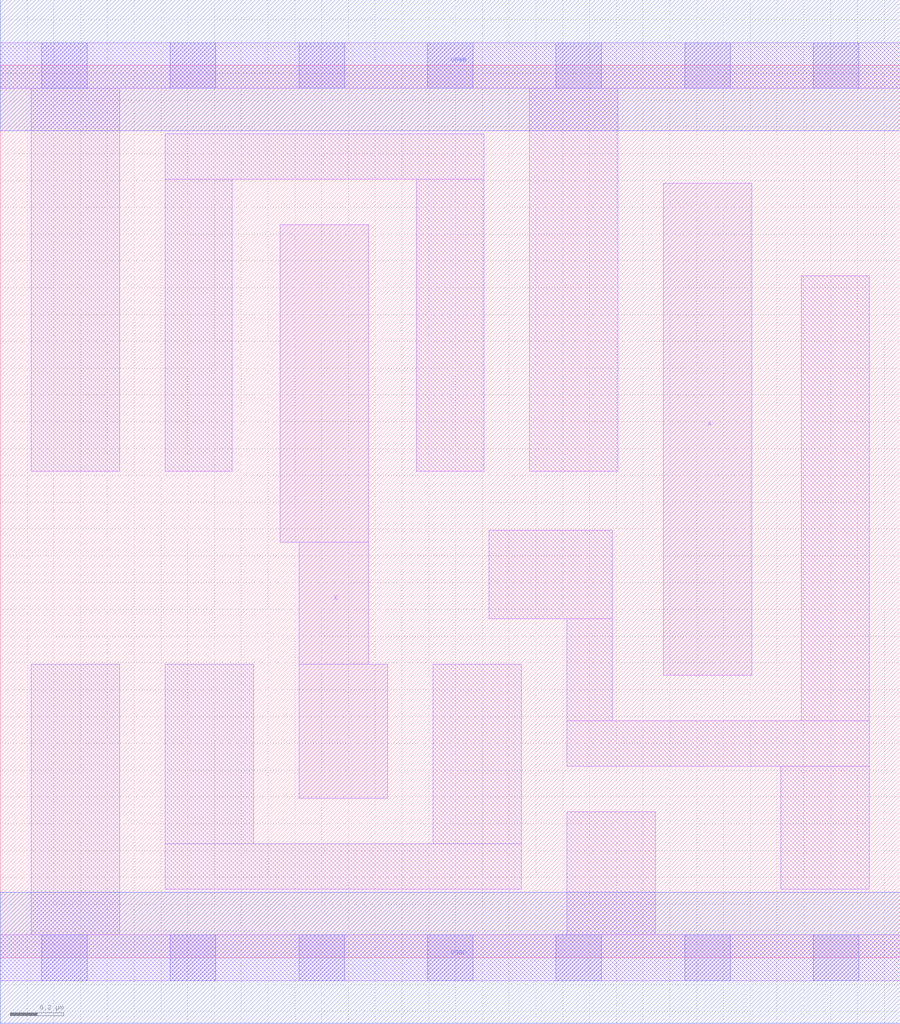
<source format=lef>
# Copyright 2020 The SkyWater PDK Authors
#
# Licensed under the Apache License, Version 2.0 (the "License");
# you may not use this file except in compliance with the License.
# You may obtain a copy of the License at
#
#     https://www.apache.org/licenses/LICENSE-2.0
#
# Unless required by applicable law or agreed to in writing, software
# distributed under the License is distributed on an "AS IS" BASIS,
# WITHOUT WARRANTIES OR CONDITIONS OF ANY KIND, either express or implied.
# See the License for the specific language governing permissions and
# limitations under the License.
#
# SPDX-License-Identifier: Apache-2.0

VERSION 5.7 ;
  NAMESCASESENSITIVE ON ;
  NOWIREEXTENSIONATPIN ON ;
  DIVIDERCHAR "/" ;
  BUSBITCHARS "[]" ;
UNITS
  DATABASE MICRONS 200 ;
END UNITS
MACRO sky130_fd_sc_lp__buflp_2
  CLASS CORE ;
  SOURCE USER ;
  FOREIGN sky130_fd_sc_lp__buflp_2 ;
  ORIGIN  0.000000  0.000000 ;
  SIZE  3.360000 BY  3.330000 ;
  SYMMETRY X Y R90 ;
  SITE unit ;
  PIN A
    ANTENNAGATEAREA  0.318000 ;
    DIRECTION INPUT ;
    USE SIGNAL ;
    PORT
      LAYER li1 ;
        RECT 2.475000 1.055000 2.805000 2.890000 ;
    END
  END A
  PIN X
    ANTENNADIFFAREA  0.646800 ;
    DIRECTION OUTPUT ;
    USE SIGNAL ;
    PORT
      LAYER li1 ;
        RECT 1.045000 1.550000 1.375000 2.735000 ;
        RECT 1.115000 0.595000 1.445000 1.095000 ;
        RECT 1.115000 1.095000 1.375000 1.550000 ;
    END
  END X
  PIN VGND
    DIRECTION INOUT ;
    USE GROUND ;
    PORT
      LAYER met1 ;
        RECT 0.000000 -0.245000 3.360000 0.245000 ;
    END
  END VGND
  PIN VPWR
    DIRECTION INOUT ;
    USE POWER ;
    PORT
      LAYER met1 ;
        RECT 0.000000 3.085000 3.360000 3.575000 ;
    END
  END VPWR
  OBS
    LAYER li1 ;
      RECT 0.000000 -0.085000 3.360000 0.085000 ;
      RECT 0.000000  3.245000 3.360000 3.415000 ;
      RECT 0.115000  0.085000 0.445000 1.095000 ;
      RECT 0.115000  1.815000 0.445000 3.245000 ;
      RECT 0.615000  0.255000 1.945000 0.425000 ;
      RECT 0.615000  0.425000 0.945000 1.095000 ;
      RECT 0.615000  1.815000 0.865000 2.905000 ;
      RECT 0.615000  2.905000 1.805000 3.075000 ;
      RECT 1.555000  1.815000 1.805000 2.905000 ;
      RECT 1.615000  0.425000 1.945000 1.095000 ;
      RECT 1.825000  1.265000 2.285000 1.595000 ;
      RECT 1.975000  1.815000 2.305000 3.245000 ;
      RECT 2.115000  0.085000 2.445000 0.545000 ;
      RECT 2.115000  0.715000 3.245000 0.885000 ;
      RECT 2.115000  0.885000 2.285000 1.265000 ;
      RECT 2.915000  0.255000 3.245000 0.715000 ;
      RECT 2.990000  0.885000 3.245000 2.545000 ;
    LAYER mcon ;
      RECT 0.155000 -0.085000 0.325000 0.085000 ;
      RECT 0.155000  3.245000 0.325000 3.415000 ;
      RECT 0.635000 -0.085000 0.805000 0.085000 ;
      RECT 0.635000  3.245000 0.805000 3.415000 ;
      RECT 1.115000 -0.085000 1.285000 0.085000 ;
      RECT 1.115000  3.245000 1.285000 3.415000 ;
      RECT 1.595000 -0.085000 1.765000 0.085000 ;
      RECT 1.595000  3.245000 1.765000 3.415000 ;
      RECT 2.075000 -0.085000 2.245000 0.085000 ;
      RECT 2.075000  3.245000 2.245000 3.415000 ;
      RECT 2.555000 -0.085000 2.725000 0.085000 ;
      RECT 2.555000  3.245000 2.725000 3.415000 ;
      RECT 3.035000 -0.085000 3.205000 0.085000 ;
      RECT 3.035000  3.245000 3.205000 3.415000 ;
  END
END sky130_fd_sc_lp__buflp_2
END LIBRARY

</source>
